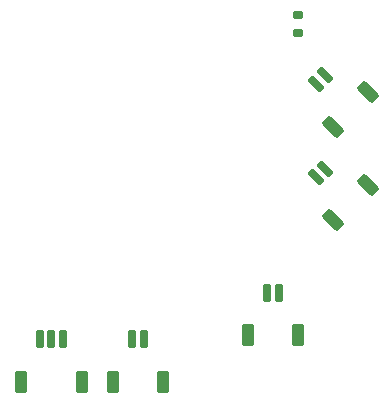
<source format=gbp>
G04 Layer_Color=128*
%FSLAX44Y44*%
%MOMM*%
G71*
G01*
G75*
G04:AMPARAMS|DCode=10|XSize=0.6mm|YSize=1.55mm|CornerRadius=0.075mm|HoleSize=0mm|Usage=FLASHONLY|Rotation=225.000|XOffset=0mm|YOffset=0mm|HoleType=Round|Shape=RoundedRectangle|*
%AMROUNDEDRECTD10*
21,1,0.6000,1.4000,0,0,225.0*
21,1,0.4500,1.5500,0,0,225.0*
1,1,0.1500,-0.6541,0.3359*
1,1,0.1500,-0.3359,0.6541*
1,1,0.1500,0.6541,-0.3359*
1,1,0.1500,0.3359,-0.6541*
%
%ADD10ROUNDEDRECTD10*%
G04:AMPARAMS|DCode=11|XSize=1mm|YSize=1.8mm|CornerRadius=0.125mm|HoleSize=0mm|Usage=FLASHONLY|Rotation=225.000|XOffset=0mm|YOffset=0mm|HoleType=Round|Shape=RoundedRectangle|*
%AMROUNDEDRECTD11*
21,1,1.0000,1.5500,0,0,225.0*
21,1,0.7500,1.8000,0,0,225.0*
1,1,0.2500,-0.8132,0.2828*
1,1,0.2500,-0.2828,0.8132*
1,1,0.2500,0.8132,-0.2828*
1,1,0.2500,0.2828,-0.8132*
%
%ADD11ROUNDEDRECTD11*%
G04:AMPARAMS|DCode=12|XSize=0.6mm|YSize=1.55mm|CornerRadius=0.075mm|HoleSize=0mm|Usage=FLASHONLY|Rotation=180.000|XOffset=0mm|YOffset=0mm|HoleType=Round|Shape=RoundedRectangle|*
%AMROUNDEDRECTD12*
21,1,0.6000,1.4000,0,0,180.0*
21,1,0.4500,1.5500,0,0,180.0*
1,1,0.1500,-0.2250,0.7000*
1,1,0.1500,0.2250,0.7000*
1,1,0.1500,0.2250,-0.7000*
1,1,0.1500,-0.2250,-0.7000*
%
%ADD12ROUNDEDRECTD12*%
G04:AMPARAMS|DCode=13|XSize=1mm|YSize=1.8mm|CornerRadius=0.125mm|HoleSize=0mm|Usage=FLASHONLY|Rotation=0.000|XOffset=0mm|YOffset=0mm|HoleType=Round|Shape=RoundedRectangle|*
%AMROUNDEDRECTD13*
21,1,1.0000,1.5500,0,0,0.0*
21,1,0.7500,1.8000,0,0,0.0*
1,1,0.2500,0.3750,-0.7750*
1,1,0.2500,-0.3750,-0.7750*
1,1,0.2500,-0.3750,0.7750*
1,1,0.2500,0.3750,0.7750*
%
%ADD13ROUNDEDRECTD13*%
G04:AMPARAMS|DCode=14|XSize=0.9mm|YSize=0.6mm|CornerRadius=0.075mm|HoleSize=0mm|Usage=FLASHONLY|Rotation=0.000|XOffset=0mm|YOffset=0mm|HoleType=Round|Shape=RoundedRectangle|*
%AMROUNDEDRECTD14*
21,1,0.9000,0.4500,0,0,0.0*
21,1,0.7500,0.6000,0,0,0.0*
1,1,0.1500,0.3750,-0.2250*
1,1,0.1500,-0.3750,-0.2250*
1,1,0.1500,-0.3750,0.2250*
1,1,0.1500,0.3750,0.2250*
%
%ADD14ROUNDEDRECTD14*%
D10*
X156201Y55728D02*
D03*
X163272Y62799D02*
D03*
X156201Y-23272D02*
D03*
X163272Y-16201D02*
D03*
D11*
X200042Y48657D02*
D03*
X170343Y18958D02*
D03*
X200042Y-30343D02*
D03*
X170343Y-60041D02*
D03*
D12*
X-78000Y-160750D02*
D03*
X-68000D02*
D03*
X-58000D02*
D03*
X10000D02*
D03*
X0D02*
D03*
X124750Y-121250D02*
D03*
X114750D02*
D03*
D13*
X-94000Y-196750D02*
D03*
X-42000D02*
D03*
X-16000D02*
D03*
X26000D02*
D03*
X98750Y-157250D02*
D03*
X140750D02*
D03*
D14*
X141000Y98500D02*
D03*
Y113500D02*
D03*
M02*

</source>
